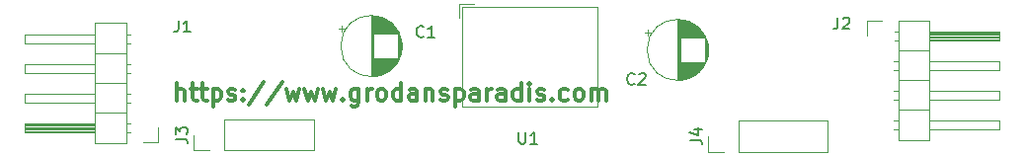
<source format=gbr>
%TF.GenerationSoftware,KiCad,Pcbnew,5.1.9+dfsg1-1*%
%TF.CreationDate,2021-05-21T09:47:45+02:00*%
%TF.ProjectId,single_din_bottom_rev_a,73696e67-6c65-45f6-9469-6e5f626f7474,rev?*%
%TF.SameCoordinates,Original*%
%TF.FileFunction,Legend,Top*%
%TF.FilePolarity,Positive*%
%FSLAX46Y46*%
G04 Gerber Fmt 4.6, Leading zero omitted, Abs format (unit mm)*
G04 Created by KiCad (PCBNEW 5.1.9+dfsg1-1) date 2021-05-21 09:47:45*
%MOMM*%
%LPD*%
G01*
G04 APERTURE LIST*
%ADD10C,0.300000*%
%ADD11C,0.120000*%
%ADD12C,0.150000*%
G04 APERTURE END LIST*
D10*
X44332442Y-174541571D02*
X44332442Y-173041571D01*
X44975300Y-174541571D02*
X44975300Y-173755857D01*
X44903871Y-173613000D01*
X44761014Y-173541571D01*
X44546728Y-173541571D01*
X44403871Y-173613000D01*
X44332442Y-173684428D01*
X45475300Y-173541571D02*
X46046728Y-173541571D01*
X45689585Y-173041571D02*
X45689585Y-174327285D01*
X45761014Y-174470142D01*
X45903871Y-174541571D01*
X46046728Y-174541571D01*
X46332442Y-173541571D02*
X46903871Y-173541571D01*
X46546728Y-173041571D02*
X46546728Y-174327285D01*
X46618157Y-174470142D01*
X46761014Y-174541571D01*
X46903871Y-174541571D01*
X47403871Y-173541571D02*
X47403871Y-175041571D01*
X47403871Y-173613000D02*
X47546728Y-173541571D01*
X47832442Y-173541571D01*
X47975300Y-173613000D01*
X48046728Y-173684428D01*
X48118157Y-173827285D01*
X48118157Y-174255857D01*
X48046728Y-174398714D01*
X47975300Y-174470142D01*
X47832442Y-174541571D01*
X47546728Y-174541571D01*
X47403871Y-174470142D01*
X48689585Y-174470142D02*
X48832442Y-174541571D01*
X49118157Y-174541571D01*
X49261014Y-174470142D01*
X49332442Y-174327285D01*
X49332442Y-174255857D01*
X49261014Y-174113000D01*
X49118157Y-174041571D01*
X48903871Y-174041571D01*
X48761014Y-173970142D01*
X48689585Y-173827285D01*
X48689585Y-173755857D01*
X48761014Y-173613000D01*
X48903871Y-173541571D01*
X49118157Y-173541571D01*
X49261014Y-173613000D01*
X49975300Y-174398714D02*
X50046728Y-174470142D01*
X49975300Y-174541571D01*
X49903871Y-174470142D01*
X49975300Y-174398714D01*
X49975300Y-174541571D01*
X49975300Y-173613000D02*
X50046728Y-173684428D01*
X49975300Y-173755857D01*
X49903871Y-173684428D01*
X49975300Y-173613000D01*
X49975300Y-173755857D01*
X51761014Y-172970142D02*
X50475300Y-174898714D01*
X53332442Y-172970142D02*
X52046728Y-174898714D01*
X53689585Y-173541571D02*
X53975300Y-174541571D01*
X54261014Y-173827285D01*
X54546728Y-174541571D01*
X54832442Y-173541571D01*
X55261014Y-173541571D02*
X55546728Y-174541571D01*
X55832442Y-173827285D01*
X56118157Y-174541571D01*
X56403871Y-173541571D01*
X56832442Y-173541571D02*
X57118157Y-174541571D01*
X57403871Y-173827285D01*
X57689585Y-174541571D01*
X57975300Y-173541571D01*
X58546728Y-174398714D02*
X58618157Y-174470142D01*
X58546728Y-174541571D01*
X58475300Y-174470142D01*
X58546728Y-174398714D01*
X58546728Y-174541571D01*
X59903871Y-173541571D02*
X59903871Y-174755857D01*
X59832442Y-174898714D01*
X59761014Y-174970142D01*
X59618157Y-175041571D01*
X59403871Y-175041571D01*
X59261014Y-174970142D01*
X59903871Y-174470142D02*
X59761014Y-174541571D01*
X59475300Y-174541571D01*
X59332442Y-174470142D01*
X59261014Y-174398714D01*
X59189585Y-174255857D01*
X59189585Y-173827285D01*
X59261014Y-173684428D01*
X59332442Y-173613000D01*
X59475300Y-173541571D01*
X59761014Y-173541571D01*
X59903871Y-173613000D01*
X60618157Y-174541571D02*
X60618157Y-173541571D01*
X60618157Y-173827285D02*
X60689585Y-173684428D01*
X60761014Y-173613000D01*
X60903871Y-173541571D01*
X61046728Y-173541571D01*
X61761014Y-174541571D02*
X61618157Y-174470142D01*
X61546728Y-174398714D01*
X61475300Y-174255857D01*
X61475300Y-173827285D01*
X61546728Y-173684428D01*
X61618157Y-173613000D01*
X61761014Y-173541571D01*
X61975300Y-173541571D01*
X62118157Y-173613000D01*
X62189585Y-173684428D01*
X62261014Y-173827285D01*
X62261014Y-174255857D01*
X62189585Y-174398714D01*
X62118157Y-174470142D01*
X61975300Y-174541571D01*
X61761014Y-174541571D01*
X63546728Y-174541571D02*
X63546728Y-173041571D01*
X63546728Y-174470142D02*
X63403871Y-174541571D01*
X63118157Y-174541571D01*
X62975300Y-174470142D01*
X62903871Y-174398714D01*
X62832442Y-174255857D01*
X62832442Y-173827285D01*
X62903871Y-173684428D01*
X62975300Y-173613000D01*
X63118157Y-173541571D01*
X63403871Y-173541571D01*
X63546728Y-173613000D01*
X64903871Y-174541571D02*
X64903871Y-173755857D01*
X64832442Y-173613000D01*
X64689585Y-173541571D01*
X64403871Y-173541571D01*
X64261014Y-173613000D01*
X64903871Y-174470142D02*
X64761014Y-174541571D01*
X64403871Y-174541571D01*
X64261014Y-174470142D01*
X64189585Y-174327285D01*
X64189585Y-174184428D01*
X64261014Y-174041571D01*
X64403871Y-173970142D01*
X64761014Y-173970142D01*
X64903871Y-173898714D01*
X65618157Y-173541571D02*
X65618157Y-174541571D01*
X65618157Y-173684428D02*
X65689585Y-173613000D01*
X65832442Y-173541571D01*
X66046728Y-173541571D01*
X66189585Y-173613000D01*
X66261014Y-173755857D01*
X66261014Y-174541571D01*
X66903871Y-174470142D02*
X67046728Y-174541571D01*
X67332442Y-174541571D01*
X67475300Y-174470142D01*
X67546728Y-174327285D01*
X67546728Y-174255857D01*
X67475300Y-174113000D01*
X67332442Y-174041571D01*
X67118157Y-174041571D01*
X66975300Y-173970142D01*
X66903871Y-173827285D01*
X66903871Y-173755857D01*
X66975300Y-173613000D01*
X67118157Y-173541571D01*
X67332442Y-173541571D01*
X67475300Y-173613000D01*
X68189585Y-173541571D02*
X68189585Y-175041571D01*
X68189585Y-173613000D02*
X68332442Y-173541571D01*
X68618157Y-173541571D01*
X68761014Y-173613000D01*
X68832442Y-173684428D01*
X68903871Y-173827285D01*
X68903871Y-174255857D01*
X68832442Y-174398714D01*
X68761014Y-174470142D01*
X68618157Y-174541571D01*
X68332442Y-174541571D01*
X68189585Y-174470142D01*
X70189585Y-174541571D02*
X70189585Y-173755857D01*
X70118157Y-173613000D01*
X69975300Y-173541571D01*
X69689585Y-173541571D01*
X69546728Y-173613000D01*
X70189585Y-174470142D02*
X70046728Y-174541571D01*
X69689585Y-174541571D01*
X69546728Y-174470142D01*
X69475300Y-174327285D01*
X69475300Y-174184428D01*
X69546728Y-174041571D01*
X69689585Y-173970142D01*
X70046728Y-173970142D01*
X70189585Y-173898714D01*
X70903871Y-174541571D02*
X70903871Y-173541571D01*
X70903871Y-173827285D02*
X70975300Y-173684428D01*
X71046728Y-173613000D01*
X71189585Y-173541571D01*
X71332442Y-173541571D01*
X72475300Y-174541571D02*
X72475300Y-173755857D01*
X72403871Y-173613000D01*
X72261014Y-173541571D01*
X71975300Y-173541571D01*
X71832442Y-173613000D01*
X72475300Y-174470142D02*
X72332442Y-174541571D01*
X71975300Y-174541571D01*
X71832442Y-174470142D01*
X71761014Y-174327285D01*
X71761014Y-174184428D01*
X71832442Y-174041571D01*
X71975300Y-173970142D01*
X72332442Y-173970142D01*
X72475300Y-173898714D01*
X73832442Y-174541571D02*
X73832442Y-173041571D01*
X73832442Y-174470142D02*
X73689585Y-174541571D01*
X73403871Y-174541571D01*
X73261014Y-174470142D01*
X73189585Y-174398714D01*
X73118157Y-174255857D01*
X73118157Y-173827285D01*
X73189585Y-173684428D01*
X73261014Y-173613000D01*
X73403871Y-173541571D01*
X73689585Y-173541571D01*
X73832442Y-173613000D01*
X74546728Y-174541571D02*
X74546728Y-173541571D01*
X74546728Y-173041571D02*
X74475300Y-173113000D01*
X74546728Y-173184428D01*
X74618157Y-173113000D01*
X74546728Y-173041571D01*
X74546728Y-173184428D01*
X75189585Y-174470142D02*
X75332442Y-174541571D01*
X75618157Y-174541571D01*
X75761014Y-174470142D01*
X75832442Y-174327285D01*
X75832442Y-174255857D01*
X75761014Y-174113000D01*
X75618157Y-174041571D01*
X75403871Y-174041571D01*
X75261014Y-173970142D01*
X75189585Y-173827285D01*
X75189585Y-173755857D01*
X75261014Y-173613000D01*
X75403871Y-173541571D01*
X75618157Y-173541571D01*
X75761014Y-173613000D01*
X76475300Y-174398714D02*
X76546728Y-174470142D01*
X76475300Y-174541571D01*
X76403871Y-174470142D01*
X76475300Y-174398714D01*
X76475300Y-174541571D01*
X77832442Y-174470142D02*
X77689585Y-174541571D01*
X77403871Y-174541571D01*
X77261014Y-174470142D01*
X77189585Y-174398714D01*
X77118157Y-174255857D01*
X77118157Y-173827285D01*
X77189585Y-173684428D01*
X77261014Y-173613000D01*
X77403871Y-173541571D01*
X77689585Y-173541571D01*
X77832442Y-173613000D01*
X78689585Y-174541571D02*
X78546728Y-174470142D01*
X78475300Y-174398714D01*
X78403871Y-174255857D01*
X78403871Y-173827285D01*
X78475300Y-173684428D01*
X78546728Y-173613000D01*
X78689585Y-173541571D01*
X78903871Y-173541571D01*
X79046728Y-173613000D01*
X79118157Y-173684428D01*
X79189585Y-173827285D01*
X79189585Y-174255857D01*
X79118157Y-174398714D01*
X79046728Y-174470142D01*
X78903871Y-174541571D01*
X78689585Y-174541571D01*
X79832442Y-174541571D02*
X79832442Y-173541571D01*
X79832442Y-173684428D02*
X79903871Y-173613000D01*
X80046728Y-173541571D01*
X80261014Y-173541571D01*
X80403871Y-173613000D01*
X80475300Y-173755857D01*
X80475300Y-174541571D01*
X80475300Y-173755857D02*
X80546728Y-173613000D01*
X80689585Y-173541571D01*
X80903871Y-173541571D01*
X81046728Y-173613000D01*
X81118157Y-173755857D01*
X81118157Y-174541571D01*
D11*
%TO.C,U1*%
X68789800Y-166494400D02*
X80409800Y-166494400D01*
X68789800Y-175114400D02*
X80409800Y-175114400D01*
X68789800Y-166494400D02*
X68789800Y-175114400D01*
X80409800Y-166494400D02*
X80409800Y-175114400D01*
X68549800Y-167494400D02*
X68549800Y-166254400D01*
X68549800Y-166254400D02*
X69789800Y-166254400D01*
%TO.C,J4*%
X100136000Y-178926800D02*
X100136000Y-176266800D01*
X92456000Y-178926800D02*
X100136000Y-178926800D01*
X92456000Y-176266800D02*
X100136000Y-176266800D01*
X92456000Y-178926800D02*
X92456000Y-176266800D01*
X91186000Y-178926800D02*
X89856000Y-178926800D01*
X89856000Y-178926800D02*
X89856000Y-177596800D01*
%TO.C,J3*%
X56041600Y-178825200D02*
X56041600Y-176165200D01*
X48361600Y-178825200D02*
X56041600Y-178825200D01*
X48361600Y-176165200D02*
X56041600Y-176165200D01*
X48361600Y-178825200D02*
X48361600Y-176165200D01*
X47091600Y-178825200D02*
X45761600Y-178825200D01*
X45761600Y-178825200D02*
X45761600Y-177495200D01*
%TO.C,J2*%
X106164200Y-167681600D02*
X106164200Y-177961600D01*
X106164200Y-177961600D02*
X108824200Y-177961600D01*
X108824200Y-177961600D02*
X108824200Y-167681600D01*
X108824200Y-167681600D02*
X106164200Y-167681600D01*
X108824200Y-168631600D02*
X114824200Y-168631600D01*
X114824200Y-168631600D02*
X114824200Y-169391600D01*
X114824200Y-169391600D02*
X108824200Y-169391600D01*
X108824200Y-168691600D02*
X114824200Y-168691600D01*
X108824200Y-168811600D02*
X114824200Y-168811600D01*
X108824200Y-168931600D02*
X114824200Y-168931600D01*
X108824200Y-169051600D02*
X114824200Y-169051600D01*
X108824200Y-169171600D02*
X114824200Y-169171600D01*
X108824200Y-169291600D02*
X114824200Y-169291600D01*
X105834200Y-168631600D02*
X106164200Y-168631600D01*
X105834200Y-169391600D02*
X106164200Y-169391600D01*
X106164200Y-170281600D02*
X108824200Y-170281600D01*
X108824200Y-171171600D02*
X114824200Y-171171600D01*
X114824200Y-171171600D02*
X114824200Y-171931600D01*
X114824200Y-171931600D02*
X108824200Y-171931600D01*
X105767129Y-171171600D02*
X106164200Y-171171600D01*
X105767129Y-171931600D02*
X106164200Y-171931600D01*
X106164200Y-172821600D02*
X108824200Y-172821600D01*
X108824200Y-173711600D02*
X114824200Y-173711600D01*
X114824200Y-173711600D02*
X114824200Y-174471600D01*
X114824200Y-174471600D02*
X108824200Y-174471600D01*
X105767129Y-173711600D02*
X106164200Y-173711600D01*
X105767129Y-174471600D02*
X106164200Y-174471600D01*
X106164200Y-175361600D02*
X108824200Y-175361600D01*
X108824200Y-176251600D02*
X114824200Y-176251600D01*
X114824200Y-176251600D02*
X114824200Y-177011600D01*
X114824200Y-177011600D02*
X108824200Y-177011600D01*
X105767129Y-176251600D02*
X106164200Y-176251600D01*
X105767129Y-177011600D02*
X106164200Y-177011600D01*
X103454200Y-169011600D02*
X103454200Y-167741600D01*
X103454200Y-167741600D02*
X104724200Y-167741600D01*
%TO.C,J1*%
X39962000Y-178190200D02*
X39962000Y-167910200D01*
X39962000Y-167910200D02*
X37302000Y-167910200D01*
X37302000Y-167910200D02*
X37302000Y-178190200D01*
X37302000Y-178190200D02*
X39962000Y-178190200D01*
X37302000Y-177240200D02*
X31302000Y-177240200D01*
X31302000Y-177240200D02*
X31302000Y-176480200D01*
X31302000Y-176480200D02*
X37302000Y-176480200D01*
X37302000Y-177180200D02*
X31302000Y-177180200D01*
X37302000Y-177060200D02*
X31302000Y-177060200D01*
X37302000Y-176940200D02*
X31302000Y-176940200D01*
X37302000Y-176820200D02*
X31302000Y-176820200D01*
X37302000Y-176700200D02*
X31302000Y-176700200D01*
X37302000Y-176580200D02*
X31302000Y-176580200D01*
X40292000Y-177240200D02*
X39962000Y-177240200D01*
X40292000Y-176480200D02*
X39962000Y-176480200D01*
X39962000Y-175590200D02*
X37302000Y-175590200D01*
X37302000Y-174700200D02*
X31302000Y-174700200D01*
X31302000Y-174700200D02*
X31302000Y-173940200D01*
X31302000Y-173940200D02*
X37302000Y-173940200D01*
X40359071Y-174700200D02*
X39962000Y-174700200D01*
X40359071Y-173940200D02*
X39962000Y-173940200D01*
X39962000Y-173050200D02*
X37302000Y-173050200D01*
X37302000Y-172160200D02*
X31302000Y-172160200D01*
X31302000Y-172160200D02*
X31302000Y-171400200D01*
X31302000Y-171400200D02*
X37302000Y-171400200D01*
X40359071Y-172160200D02*
X39962000Y-172160200D01*
X40359071Y-171400200D02*
X39962000Y-171400200D01*
X39962000Y-170510200D02*
X37302000Y-170510200D01*
X37302000Y-169620200D02*
X31302000Y-169620200D01*
X31302000Y-169620200D02*
X31302000Y-168860200D01*
X31302000Y-168860200D02*
X37302000Y-168860200D01*
X40359071Y-169620200D02*
X39962000Y-169620200D01*
X40359071Y-168860200D02*
X39962000Y-168860200D01*
X42672000Y-176860200D02*
X42672000Y-178130200D01*
X42672000Y-178130200D02*
X41402000Y-178130200D01*
%TO.C,C2*%
X89874400Y-170205400D02*
G75*
G03*
X89874400Y-170205400I-2620000J0D01*
G01*
X87254400Y-167625400D02*
X87254400Y-172785400D01*
X87294400Y-167625400D02*
X87294400Y-172785400D01*
X87334400Y-167626400D02*
X87334400Y-172784400D01*
X87374400Y-167627400D02*
X87374400Y-172783400D01*
X87414400Y-167629400D02*
X87414400Y-172781400D01*
X87454400Y-167632400D02*
X87454400Y-172778400D01*
X87494400Y-167636400D02*
X87494400Y-169165400D01*
X87494400Y-171245400D02*
X87494400Y-172774400D01*
X87534400Y-167640400D02*
X87534400Y-169165400D01*
X87534400Y-171245400D02*
X87534400Y-172770400D01*
X87574400Y-167644400D02*
X87574400Y-169165400D01*
X87574400Y-171245400D02*
X87574400Y-172766400D01*
X87614400Y-167649400D02*
X87614400Y-169165400D01*
X87614400Y-171245400D02*
X87614400Y-172761400D01*
X87654400Y-167655400D02*
X87654400Y-169165400D01*
X87654400Y-171245400D02*
X87654400Y-172755400D01*
X87694400Y-167662400D02*
X87694400Y-169165400D01*
X87694400Y-171245400D02*
X87694400Y-172748400D01*
X87734400Y-167669400D02*
X87734400Y-169165400D01*
X87734400Y-171245400D02*
X87734400Y-172741400D01*
X87774400Y-167677400D02*
X87774400Y-169165400D01*
X87774400Y-171245400D02*
X87774400Y-172733400D01*
X87814400Y-167685400D02*
X87814400Y-169165400D01*
X87814400Y-171245400D02*
X87814400Y-172725400D01*
X87854400Y-167694400D02*
X87854400Y-169165400D01*
X87854400Y-171245400D02*
X87854400Y-172716400D01*
X87894400Y-167704400D02*
X87894400Y-169165400D01*
X87894400Y-171245400D02*
X87894400Y-172706400D01*
X87934400Y-167714400D02*
X87934400Y-169165400D01*
X87934400Y-171245400D02*
X87934400Y-172696400D01*
X87975400Y-167725400D02*
X87975400Y-169165400D01*
X87975400Y-171245400D02*
X87975400Y-172685400D01*
X88015400Y-167737400D02*
X88015400Y-169165400D01*
X88015400Y-171245400D02*
X88015400Y-172673400D01*
X88055400Y-167750400D02*
X88055400Y-169165400D01*
X88055400Y-171245400D02*
X88055400Y-172660400D01*
X88095400Y-167763400D02*
X88095400Y-169165400D01*
X88095400Y-171245400D02*
X88095400Y-172647400D01*
X88135400Y-167777400D02*
X88135400Y-169165400D01*
X88135400Y-171245400D02*
X88135400Y-172633400D01*
X88175400Y-167791400D02*
X88175400Y-169165400D01*
X88175400Y-171245400D02*
X88175400Y-172619400D01*
X88215400Y-167807400D02*
X88215400Y-169165400D01*
X88215400Y-171245400D02*
X88215400Y-172603400D01*
X88255400Y-167823400D02*
X88255400Y-169165400D01*
X88255400Y-171245400D02*
X88255400Y-172587400D01*
X88295400Y-167840400D02*
X88295400Y-169165400D01*
X88295400Y-171245400D02*
X88295400Y-172570400D01*
X88335400Y-167857400D02*
X88335400Y-169165400D01*
X88335400Y-171245400D02*
X88335400Y-172553400D01*
X88375400Y-167876400D02*
X88375400Y-169165400D01*
X88375400Y-171245400D02*
X88375400Y-172534400D01*
X88415400Y-167895400D02*
X88415400Y-169165400D01*
X88415400Y-171245400D02*
X88415400Y-172515400D01*
X88455400Y-167915400D02*
X88455400Y-169165400D01*
X88455400Y-171245400D02*
X88455400Y-172495400D01*
X88495400Y-167937400D02*
X88495400Y-169165400D01*
X88495400Y-171245400D02*
X88495400Y-172473400D01*
X88535400Y-167958400D02*
X88535400Y-169165400D01*
X88535400Y-171245400D02*
X88535400Y-172452400D01*
X88575400Y-167981400D02*
X88575400Y-169165400D01*
X88575400Y-171245400D02*
X88575400Y-172429400D01*
X88615400Y-168005400D02*
X88615400Y-169165400D01*
X88615400Y-171245400D02*
X88615400Y-172405400D01*
X88655400Y-168030400D02*
X88655400Y-169165400D01*
X88655400Y-171245400D02*
X88655400Y-172380400D01*
X88695400Y-168056400D02*
X88695400Y-169165400D01*
X88695400Y-171245400D02*
X88695400Y-172354400D01*
X88735400Y-168083400D02*
X88735400Y-169165400D01*
X88735400Y-171245400D02*
X88735400Y-172327400D01*
X88775400Y-168110400D02*
X88775400Y-169165400D01*
X88775400Y-171245400D02*
X88775400Y-172300400D01*
X88815400Y-168140400D02*
X88815400Y-169165400D01*
X88815400Y-171245400D02*
X88815400Y-172270400D01*
X88855400Y-168170400D02*
X88855400Y-169165400D01*
X88855400Y-171245400D02*
X88855400Y-172240400D01*
X88895400Y-168201400D02*
X88895400Y-169165400D01*
X88895400Y-171245400D02*
X88895400Y-172209400D01*
X88935400Y-168234400D02*
X88935400Y-169165400D01*
X88935400Y-171245400D02*
X88935400Y-172176400D01*
X88975400Y-168268400D02*
X88975400Y-169165400D01*
X88975400Y-171245400D02*
X88975400Y-172142400D01*
X89015400Y-168304400D02*
X89015400Y-169165400D01*
X89015400Y-171245400D02*
X89015400Y-172106400D01*
X89055400Y-168341400D02*
X89055400Y-169165400D01*
X89055400Y-171245400D02*
X89055400Y-172069400D01*
X89095400Y-168379400D02*
X89095400Y-169165400D01*
X89095400Y-171245400D02*
X89095400Y-172031400D01*
X89135400Y-168420400D02*
X89135400Y-169165400D01*
X89135400Y-171245400D02*
X89135400Y-171990400D01*
X89175400Y-168462400D02*
X89175400Y-169165400D01*
X89175400Y-171245400D02*
X89175400Y-171948400D01*
X89215400Y-168506400D02*
X89215400Y-169165400D01*
X89215400Y-171245400D02*
X89215400Y-171904400D01*
X89255400Y-168552400D02*
X89255400Y-169165400D01*
X89255400Y-171245400D02*
X89255400Y-171858400D01*
X89295400Y-168600400D02*
X89295400Y-169165400D01*
X89295400Y-171245400D02*
X89295400Y-171810400D01*
X89335400Y-168651400D02*
X89335400Y-169165400D01*
X89335400Y-171245400D02*
X89335400Y-171759400D01*
X89375400Y-168705400D02*
X89375400Y-169165400D01*
X89375400Y-171245400D02*
X89375400Y-171705400D01*
X89415400Y-168762400D02*
X89415400Y-169165400D01*
X89415400Y-171245400D02*
X89415400Y-171648400D01*
X89455400Y-168822400D02*
X89455400Y-169165400D01*
X89455400Y-171245400D02*
X89455400Y-171588400D01*
X89495400Y-168886400D02*
X89495400Y-169165400D01*
X89495400Y-171245400D02*
X89495400Y-171524400D01*
X89535400Y-168954400D02*
X89535400Y-169165400D01*
X89535400Y-171245400D02*
X89535400Y-171456400D01*
X89575400Y-169027400D02*
X89575400Y-171383400D01*
X89615400Y-169107400D02*
X89615400Y-171303400D01*
X89655400Y-169194400D02*
X89655400Y-171216400D01*
X89695400Y-169290400D02*
X89695400Y-171120400D01*
X89735400Y-169400400D02*
X89735400Y-171010400D01*
X89775400Y-169528400D02*
X89775400Y-170882400D01*
X89815400Y-169687400D02*
X89815400Y-170723400D01*
X89855400Y-169921400D02*
X89855400Y-170489400D01*
X84449625Y-168730400D02*
X84949625Y-168730400D01*
X84699625Y-168480400D02*
X84699625Y-168980400D01*
%TO.C,C1*%
X63610800Y-169875200D02*
G75*
G03*
X63610800Y-169875200I-2620000J0D01*
G01*
X60990800Y-167295200D02*
X60990800Y-172455200D01*
X61030800Y-167295200D02*
X61030800Y-172455200D01*
X61070800Y-167296200D02*
X61070800Y-172454200D01*
X61110800Y-167297200D02*
X61110800Y-172453200D01*
X61150800Y-167299200D02*
X61150800Y-172451200D01*
X61190800Y-167302200D02*
X61190800Y-172448200D01*
X61230800Y-167306200D02*
X61230800Y-168835200D01*
X61230800Y-170915200D02*
X61230800Y-172444200D01*
X61270800Y-167310200D02*
X61270800Y-168835200D01*
X61270800Y-170915200D02*
X61270800Y-172440200D01*
X61310800Y-167314200D02*
X61310800Y-168835200D01*
X61310800Y-170915200D02*
X61310800Y-172436200D01*
X61350800Y-167319200D02*
X61350800Y-168835200D01*
X61350800Y-170915200D02*
X61350800Y-172431200D01*
X61390800Y-167325200D02*
X61390800Y-168835200D01*
X61390800Y-170915200D02*
X61390800Y-172425200D01*
X61430800Y-167332200D02*
X61430800Y-168835200D01*
X61430800Y-170915200D02*
X61430800Y-172418200D01*
X61470800Y-167339200D02*
X61470800Y-168835200D01*
X61470800Y-170915200D02*
X61470800Y-172411200D01*
X61510800Y-167347200D02*
X61510800Y-168835200D01*
X61510800Y-170915200D02*
X61510800Y-172403200D01*
X61550800Y-167355200D02*
X61550800Y-168835200D01*
X61550800Y-170915200D02*
X61550800Y-172395200D01*
X61590800Y-167364200D02*
X61590800Y-168835200D01*
X61590800Y-170915200D02*
X61590800Y-172386200D01*
X61630800Y-167374200D02*
X61630800Y-168835200D01*
X61630800Y-170915200D02*
X61630800Y-172376200D01*
X61670800Y-167384200D02*
X61670800Y-168835200D01*
X61670800Y-170915200D02*
X61670800Y-172366200D01*
X61711800Y-167395200D02*
X61711800Y-168835200D01*
X61711800Y-170915200D02*
X61711800Y-172355200D01*
X61751800Y-167407200D02*
X61751800Y-168835200D01*
X61751800Y-170915200D02*
X61751800Y-172343200D01*
X61791800Y-167420200D02*
X61791800Y-168835200D01*
X61791800Y-170915200D02*
X61791800Y-172330200D01*
X61831800Y-167433200D02*
X61831800Y-168835200D01*
X61831800Y-170915200D02*
X61831800Y-172317200D01*
X61871800Y-167447200D02*
X61871800Y-168835200D01*
X61871800Y-170915200D02*
X61871800Y-172303200D01*
X61911800Y-167461200D02*
X61911800Y-168835200D01*
X61911800Y-170915200D02*
X61911800Y-172289200D01*
X61951800Y-167477200D02*
X61951800Y-168835200D01*
X61951800Y-170915200D02*
X61951800Y-172273200D01*
X61991800Y-167493200D02*
X61991800Y-168835200D01*
X61991800Y-170915200D02*
X61991800Y-172257200D01*
X62031800Y-167510200D02*
X62031800Y-168835200D01*
X62031800Y-170915200D02*
X62031800Y-172240200D01*
X62071800Y-167527200D02*
X62071800Y-168835200D01*
X62071800Y-170915200D02*
X62071800Y-172223200D01*
X62111800Y-167546200D02*
X62111800Y-168835200D01*
X62111800Y-170915200D02*
X62111800Y-172204200D01*
X62151800Y-167565200D02*
X62151800Y-168835200D01*
X62151800Y-170915200D02*
X62151800Y-172185200D01*
X62191800Y-167585200D02*
X62191800Y-168835200D01*
X62191800Y-170915200D02*
X62191800Y-172165200D01*
X62231800Y-167607200D02*
X62231800Y-168835200D01*
X62231800Y-170915200D02*
X62231800Y-172143200D01*
X62271800Y-167628200D02*
X62271800Y-168835200D01*
X62271800Y-170915200D02*
X62271800Y-172122200D01*
X62311800Y-167651200D02*
X62311800Y-168835200D01*
X62311800Y-170915200D02*
X62311800Y-172099200D01*
X62351800Y-167675200D02*
X62351800Y-168835200D01*
X62351800Y-170915200D02*
X62351800Y-172075200D01*
X62391800Y-167700200D02*
X62391800Y-168835200D01*
X62391800Y-170915200D02*
X62391800Y-172050200D01*
X62431800Y-167726200D02*
X62431800Y-168835200D01*
X62431800Y-170915200D02*
X62431800Y-172024200D01*
X62471800Y-167753200D02*
X62471800Y-168835200D01*
X62471800Y-170915200D02*
X62471800Y-171997200D01*
X62511800Y-167780200D02*
X62511800Y-168835200D01*
X62511800Y-170915200D02*
X62511800Y-171970200D01*
X62551800Y-167810200D02*
X62551800Y-168835200D01*
X62551800Y-170915200D02*
X62551800Y-171940200D01*
X62591800Y-167840200D02*
X62591800Y-168835200D01*
X62591800Y-170915200D02*
X62591800Y-171910200D01*
X62631800Y-167871200D02*
X62631800Y-168835200D01*
X62631800Y-170915200D02*
X62631800Y-171879200D01*
X62671800Y-167904200D02*
X62671800Y-168835200D01*
X62671800Y-170915200D02*
X62671800Y-171846200D01*
X62711800Y-167938200D02*
X62711800Y-168835200D01*
X62711800Y-170915200D02*
X62711800Y-171812200D01*
X62751800Y-167974200D02*
X62751800Y-168835200D01*
X62751800Y-170915200D02*
X62751800Y-171776200D01*
X62791800Y-168011200D02*
X62791800Y-168835200D01*
X62791800Y-170915200D02*
X62791800Y-171739200D01*
X62831800Y-168049200D02*
X62831800Y-168835200D01*
X62831800Y-170915200D02*
X62831800Y-171701200D01*
X62871800Y-168090200D02*
X62871800Y-168835200D01*
X62871800Y-170915200D02*
X62871800Y-171660200D01*
X62911800Y-168132200D02*
X62911800Y-168835200D01*
X62911800Y-170915200D02*
X62911800Y-171618200D01*
X62951800Y-168176200D02*
X62951800Y-168835200D01*
X62951800Y-170915200D02*
X62951800Y-171574200D01*
X62991800Y-168222200D02*
X62991800Y-168835200D01*
X62991800Y-170915200D02*
X62991800Y-171528200D01*
X63031800Y-168270200D02*
X63031800Y-168835200D01*
X63031800Y-170915200D02*
X63031800Y-171480200D01*
X63071800Y-168321200D02*
X63071800Y-168835200D01*
X63071800Y-170915200D02*
X63071800Y-171429200D01*
X63111800Y-168375200D02*
X63111800Y-168835200D01*
X63111800Y-170915200D02*
X63111800Y-171375200D01*
X63151800Y-168432200D02*
X63151800Y-168835200D01*
X63151800Y-170915200D02*
X63151800Y-171318200D01*
X63191800Y-168492200D02*
X63191800Y-168835200D01*
X63191800Y-170915200D02*
X63191800Y-171258200D01*
X63231800Y-168556200D02*
X63231800Y-168835200D01*
X63231800Y-170915200D02*
X63231800Y-171194200D01*
X63271800Y-168624200D02*
X63271800Y-168835200D01*
X63271800Y-170915200D02*
X63271800Y-171126200D01*
X63311800Y-168697200D02*
X63311800Y-171053200D01*
X63351800Y-168777200D02*
X63351800Y-170973200D01*
X63391800Y-168864200D02*
X63391800Y-170886200D01*
X63431800Y-168960200D02*
X63431800Y-170790200D01*
X63471800Y-169070200D02*
X63471800Y-170680200D01*
X63511800Y-169198200D02*
X63511800Y-170552200D01*
X63551800Y-169357200D02*
X63551800Y-170393200D01*
X63591800Y-169591200D02*
X63591800Y-170159200D01*
X58186025Y-168400200D02*
X58686025Y-168400200D01*
X58436025Y-168150200D02*
X58436025Y-168650200D01*
%TO.C,U1*%
D12*
X73634695Y-177252380D02*
X73634695Y-178061904D01*
X73682314Y-178157142D01*
X73729933Y-178204761D01*
X73825171Y-178252380D01*
X74015647Y-178252380D01*
X74110885Y-178204761D01*
X74158504Y-178157142D01*
X74206123Y-178061904D01*
X74206123Y-177252380D01*
X75206123Y-178252380D02*
X74634695Y-178252380D01*
X74920409Y-178252380D02*
X74920409Y-177252380D01*
X74825171Y-177395238D01*
X74729933Y-177490476D01*
X74634695Y-177538095D01*
%TO.C,J4*%
X88308380Y-177930133D02*
X89022666Y-177930133D01*
X89165523Y-177977752D01*
X89260761Y-178072990D01*
X89308380Y-178215847D01*
X89308380Y-178311085D01*
X88641714Y-177025371D02*
X89308380Y-177025371D01*
X88260761Y-177263466D02*
X88975047Y-177501561D01*
X88975047Y-176882514D01*
%TO.C,J3*%
X44213980Y-177828533D02*
X44928266Y-177828533D01*
X45071123Y-177876152D01*
X45166361Y-177971390D01*
X45213980Y-178114247D01*
X45213980Y-178209485D01*
X44213980Y-177447580D02*
X44213980Y-176828533D01*
X44594933Y-177161866D01*
X44594933Y-177019009D01*
X44642552Y-176923771D01*
X44690171Y-176876152D01*
X44785409Y-176828533D01*
X45023504Y-176828533D01*
X45118742Y-176876152D01*
X45166361Y-176923771D01*
X45213980Y-177019009D01*
X45213980Y-177304723D01*
X45166361Y-177399961D01*
X45118742Y-177447580D01*
%TO.C,J2*%
X100987266Y-167422580D02*
X100987266Y-168136866D01*
X100939647Y-168279723D01*
X100844409Y-168374961D01*
X100701552Y-168422580D01*
X100606314Y-168422580D01*
X101415838Y-167517819D02*
X101463457Y-167470200D01*
X101558695Y-167422580D01*
X101796790Y-167422580D01*
X101892028Y-167470200D01*
X101939647Y-167517819D01*
X101987266Y-167613057D01*
X101987266Y-167708295D01*
X101939647Y-167851152D01*
X101368219Y-168422580D01*
X101987266Y-168422580D01*
%TO.C,J1*%
X44472266Y-167676580D02*
X44472266Y-168390866D01*
X44424647Y-168533723D01*
X44329409Y-168628961D01*
X44186552Y-168676580D01*
X44091314Y-168676580D01*
X45472266Y-168676580D02*
X44900838Y-168676580D01*
X45186552Y-168676580D02*
X45186552Y-167676580D01*
X45091314Y-167819438D01*
X44996076Y-167914676D01*
X44900838Y-167962295D01*
%TO.C,C2*%
X83551733Y-173102542D02*
X83504114Y-173150161D01*
X83361257Y-173197780D01*
X83266019Y-173197780D01*
X83123161Y-173150161D01*
X83027923Y-173054923D01*
X82980304Y-172959685D01*
X82932685Y-172769209D01*
X82932685Y-172626352D01*
X82980304Y-172435876D01*
X83027923Y-172340638D01*
X83123161Y-172245400D01*
X83266019Y-172197780D01*
X83361257Y-172197780D01*
X83504114Y-172245400D01*
X83551733Y-172293019D01*
X83932685Y-172293019D02*
X83980304Y-172245400D01*
X84075542Y-172197780D01*
X84313638Y-172197780D01*
X84408876Y-172245400D01*
X84456495Y-172293019D01*
X84504114Y-172388257D01*
X84504114Y-172483495D01*
X84456495Y-172626352D01*
X83885066Y-173197780D01*
X84504114Y-173197780D01*
%TO.C,C1*%
X65466933Y-169038542D02*
X65419314Y-169086161D01*
X65276457Y-169133780D01*
X65181219Y-169133780D01*
X65038361Y-169086161D01*
X64943123Y-168990923D01*
X64895504Y-168895685D01*
X64847885Y-168705209D01*
X64847885Y-168562352D01*
X64895504Y-168371876D01*
X64943123Y-168276638D01*
X65038361Y-168181400D01*
X65181219Y-168133780D01*
X65276457Y-168133780D01*
X65419314Y-168181400D01*
X65466933Y-168229019D01*
X66419314Y-169133780D02*
X65847885Y-169133780D01*
X66133600Y-169133780D02*
X66133600Y-168133780D01*
X66038361Y-168276638D01*
X65943123Y-168371876D01*
X65847885Y-168419495D01*
%TD*%
M02*

</source>
